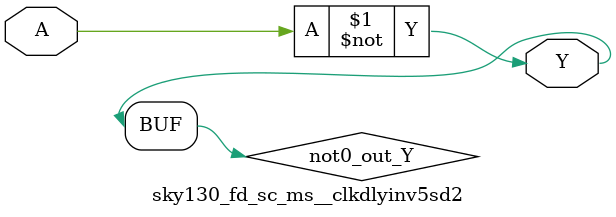
<source format=v>



module sky130_fd_sc_ms__clkdlyinv5sd2 (
    Y,
    A
);

    output Y;
    input  A;

    wire not0_out_Y;

    not not0 (not0_out_Y, A              );
    buf buf0 (Y         , not0_out_Y     );

endmodule

</source>
